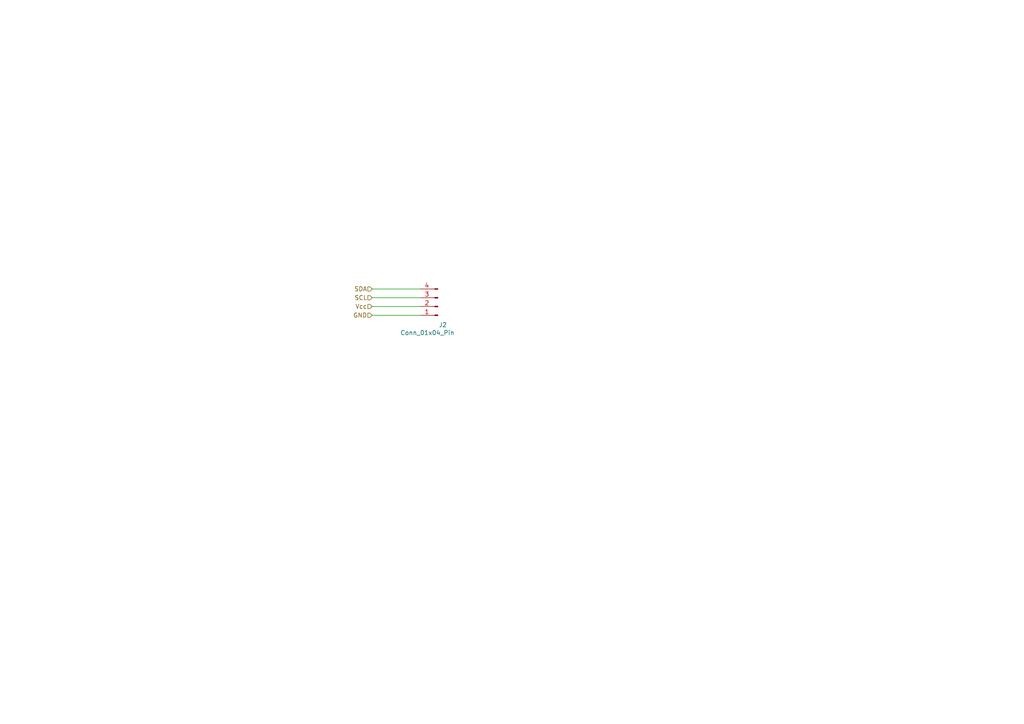
<source format=kicad_sch>
(kicad_sch (version 20250114) (generator "eeschema") (generator_version "9.0")
  (paper "A4")
  (lib_symbols
    (symbol "Connector:Conn_01x04_Pin" (pin_names (offset 1.016) (hide yes))
      (property "Reference" "J" (at 0 5.08 0))
      (property "Value" "Conn_01x04_Pin" (at 0 -7.62 0))
      (symbol "Conn_01x04_Pin_1_1"
        (rectangle (start 0.8636 2.667) (end 0 2.413) (stroke (width 0.1524)) (fill (type outline)))
        (rectangle (start 0.8636 0.127) (end 0 -0.127) (stroke (width 0.1524)) (fill (type outline)))
        (rectangle (start 0.8636 -2.413) (end 0 -2.667) (stroke (width 0.1524)) (fill (type outline)))
        (rectangle (start 0.8636 -4.953) (end 0 -5.207) (stroke (width 0.1524)) (fill (type outline)))
        (polyline (pts (xy 1.27 2.54) (xy 0.8636 2.54)) (stroke (width 0.1524)))
        (polyline (pts (xy 1.27 0) (xy 0.8636 0)) (stroke (width 0.1524)))
        (polyline (pts (xy 1.27 -2.54) (xy 0.8636 -2.54)) (stroke (width 0.1524)))
        (polyline (pts (xy 1.27 -5.08) (xy 0.8636 -5.08)) (stroke (width 0.1524)))
        (pin passive line (at 5.08 2.54 180) (length 3.81) (name "Pin_1") (number "1"))
        (pin passive line (at 5.08 0 180) (length 3.81) (name "Pin_2") (number "2"))
        (pin passive line (at 5.08 -2.54 180) (length 3.81) (name "Pin_3") (number "3"))
        (pin passive line (at 5.08 -5.08 180) (length 3.81) (name "Pin_4") (number "4"))
      )
    )
  )
  (wire (pts (xy 107.95 86.36) (xy 121.92 86.36)))
  (wire (pts (xy 107.95 91.44) (xy 121.92 91.44)))
  (wire (pts (xy 107.95 88.9) (xy 121.92 88.9)))
  (wire (pts (xy 107.95 83.82) (xy 121.92 83.82)))
  (hierarchical_label "Vcc" (shape input) (at 107.95 88.9 180))
  (hierarchical_label "SCL" (shape input) (at 107.95 86.36 180))
  (hierarchical_label "GND" (shape input) (at 107.95 91.44 180))
  (hierarchical_label "SDA" (shape input) (at 107.95 83.82 180))
  (symbol (lib_id "Connector:Conn_01x04_Pin") (at 127 88.9 180) (unit 1)
    (property "Reference" "J1" (at 127.254 94.234 0) (effects (justify right)))
    (property "Value" "Conn_01x04_Pin" (at 116.078 96.52 0) (effects (justify right)))
    (property "Footprint" "OLED-SSD1306:SSD1306-0.91-OLED-4pin-128x32" (effects (hide yes)))
    (property "Description" "Generic connector, single row, 01x04, script generated" (effects (hide yes)))
    (instances (project "" (path "" (reference "J2") (unit 1)) (path "" (reference "J1") (unit 1))))
  )
)
</source>
